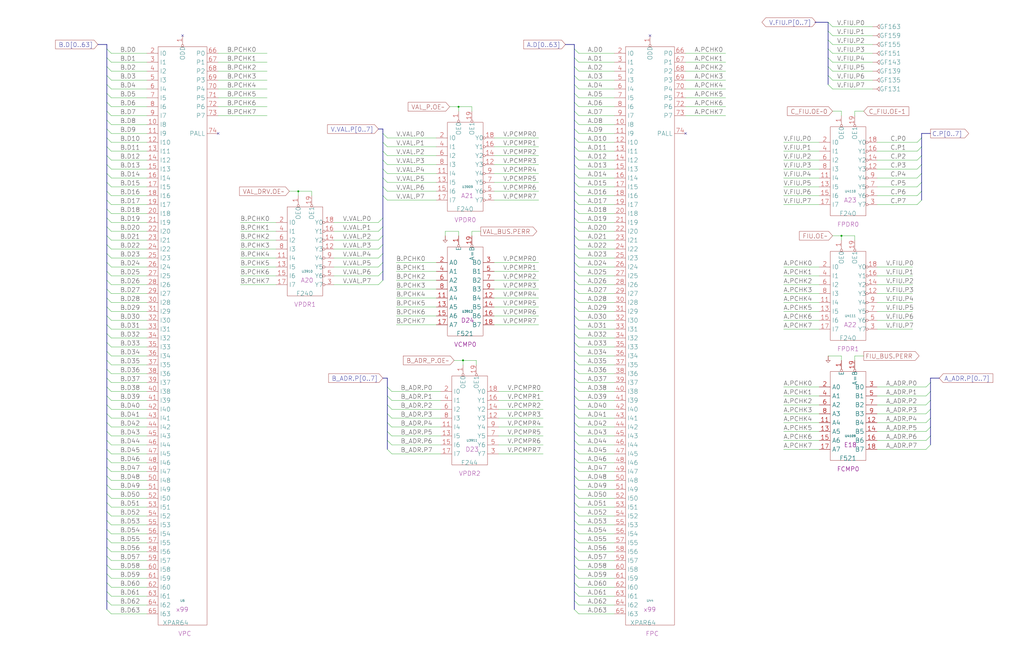
<source format=kicad_sch>
(kicad_sch (version 20230121) (generator eeschema)
  (paper "User" 584.2 378.46)
  (title_block (title "VAL DRIVER AND RECEIVER\\nPARITY") (date "22-MAR-90") (rev "1.0") (comment 1 "VALUE") (comment 2 "232-003063") (comment 3 "S400") (comment 4 "RELEASED"))
  (junction (at 261.62 60.96))
  (junction (at 480.06 134.62))
  (junction (at 264.16 205.74))
  (junction (at 170.18 109.22))
  (no_connect (at 124.46 76.2))
  (no_connect (at 104.14 20.32))
  (no_connect (at 391.16 76.2))
  (no_connect (at 370.84 20.32))
  (bus_entry (at 218.44 81.28) (size 2.54 2.54))
  (bus_entry (at 327.66 160.02) (size 2.54 2.54))
  (bus_entry (at 60.96 185.42) (size 2.54 2.54))
  (bus_entry (at 327.66 114.3) (size 2.54 2.54))
  (bus_entry (at 60.96 317.5) (size 2.54 2.54))
  (bus_entry (at 60.96 312.42) (size 2.54 2.54))
  (bus_entry (at 472.44 27.94) (size 2.54 2.54))
  (bus_entry (at 218.44 111.76) (size 2.54 2.54))
  (bus_entry (at 327.66 332.74) (size 2.54 2.54))
  (bus_entry (at 327.66 33.02) (size 2.54 2.54))
  (bus_entry (at 530.86 243.84) (size -2.54 2.54))
  (bus_entry (at 327.66 271.78) (size 2.54 2.54))
  (bus_entry (at 327.66 48.26) (size 2.54 2.54))
  (bus_entry (at 327.66 281.94) (size 2.54 2.54))
  (bus_entry (at 60.96 38.1) (size 2.54 2.54))
  (bus_entry (at 327.66 53.34) (size 2.54 2.54))
  (bus_entry (at 220.98 256.54) (size 2.54 2.54))
  (bus_entry (at 327.66 220.98) (size 2.54 2.54))
  (bus_entry (at 472.44 12.7) (size 2.54 2.54))
  (bus_entry (at 60.96 266.7) (size 2.54 2.54))
  (bus_entry (at 218.44 129.54) (size -2.54 2.54))
  (bus_entry (at 327.66 251.46) (size 2.54 2.54))
  (bus_entry (at 60.96 342.9) (size 2.54 2.54))
  (bus_entry (at 327.66 124.46) (size 2.54 2.54))
  (bus_entry (at 60.96 322.58) (size 2.54 2.54))
  (bus_entry (at 327.66 104.14) (size 2.54 2.54))
  (bus_entry (at 60.96 27.94) (size 2.54 2.54))
  (bus_entry (at 60.96 241.3) (size 2.54 2.54))
  (bus_entry (at 60.96 205.74) (size 2.54 2.54))
  (bus_entry (at 472.44 33.02) (size 2.54 2.54))
  (bus_entry (at 530.86 238.76) (size -2.54 2.54))
  (bus_entry (at 60.96 297.18) (size 2.54 2.54))
  (bus_entry (at 60.96 190.5) (size 2.54 2.54))
  (bus_entry (at 530.86 228.6) (size -2.54 2.54))
  (bus_entry (at 60.96 180.34) (size 2.54 2.54))
  (bus_entry (at 525.78 93.98) (size -2.54 2.54))
  (bus_entry (at 530.86 254) (size -2.54 2.54))
  (bus_entry (at 218.44 86.36) (size 2.54 2.54))
  (bus_entry (at 60.96 292.1) (size 2.54 2.54))
  (bus_entry (at 60.96 119.38) (size 2.54 2.54))
  (bus_entry (at 530.86 233.68) (size -2.54 2.54))
  (bus_entry (at 60.96 251.46) (size 2.54 2.54))
  (bus_entry (at 60.96 347.98) (size 2.54 2.54))
  (bus_entry (at 60.96 271.78) (size 2.54 2.54))
  (bus_entry (at 60.96 276.86) (size 2.54 2.54))
  (bus_entry (at 60.96 43.18) (size 2.54 2.54))
  (bus_entry (at 327.66 205.74) (size 2.54 2.54))
  (bus_entry (at 525.78 109.22) (size -2.54 2.54))
  (bus_entry (at 327.66 342.9) (size 2.54 2.54))
  (bus_entry (at 60.96 195.58) (size 2.54 2.54))
  (bus_entry (at 60.96 63.5) (size 2.54 2.54))
  (bus_entry (at 60.96 139.7) (size 2.54 2.54))
  (bus_entry (at 60.96 144.78) (size 2.54 2.54))
  (bus_entry (at 60.96 256.54) (size 2.54 2.54))
  (bus_entry (at 220.98 236.22) (size 2.54 2.54))
  (bus_entry (at 60.96 215.9) (size 2.54 2.54))
  (bus_entry (at 218.44 76.2) (size 2.54 2.54))
  (bus_entry (at 327.66 322.58) (size 2.54 2.54))
  (bus_entry (at 327.66 63.5) (size 2.54 2.54))
  (bus_entry (at 327.66 195.58) (size 2.54 2.54))
  (bus_entry (at 327.66 43.18) (size 2.54 2.54))
  (bus_entry (at 218.44 96.52) (size 2.54 2.54))
  (bus_entry (at 218.44 144.78) (size -2.54 2.54))
  (bus_entry (at 60.96 93.98) (size 2.54 2.54))
  (bus_entry (at 327.66 236.22) (size 2.54 2.54))
  (bus_entry (at 327.66 78.74) (size 2.54 2.54))
  (bus_entry (at 327.66 200.66) (size 2.54 2.54))
  (bus_entry (at 525.78 83.82) (size -2.54 2.54))
  (bus_entry (at 60.96 78.74) (size 2.54 2.54))
  (bus_entry (at 327.66 165.1) (size 2.54 2.54))
  (bus_entry (at 220.98 246.38) (size 2.54 2.54))
  (bus_entry (at 60.96 88.9) (size 2.54 2.54))
  (bus_entry (at 327.66 297.18) (size 2.54 2.54))
  (bus_entry (at 220.98 231.14) (size 2.54 2.54))
  (bus_entry (at 327.66 119.38) (size 2.54 2.54))
  (bus_entry (at 327.66 287.02) (size 2.54 2.54))
  (bus_entry (at 327.66 215.9) (size 2.54 2.54))
  (bus_entry (at 327.66 109.22) (size 2.54 2.54))
  (bus_entry (at 218.44 139.7) (size -2.54 2.54))
  (bus_entry (at 327.66 302.26) (size 2.54 2.54))
  (bus_entry (at 327.66 175.26) (size 2.54 2.54))
  (bus_entry (at 220.98 226.06) (size 2.54 2.54))
  (bus_entry (at 60.96 104.14) (size 2.54 2.54))
  (bus_entry (at 220.98 241.3) (size 2.54 2.54))
  (bus_entry (at 60.96 281.94) (size 2.54 2.54))
  (bus_entry (at 60.96 53.34) (size 2.54 2.54))
  (bus_entry (at 327.66 292.1) (size 2.54 2.54))
  (bus_entry (at 60.96 337.82) (size 2.54 2.54))
  (bus_entry (at 472.44 38.1) (size 2.54 2.54))
  (bus_entry (at 218.44 149.86) (size -2.54 2.54))
  (bus_entry (at 327.66 68.58) (size 2.54 2.54))
  (bus_entry (at 525.78 99.06) (size -2.54 2.54))
  (bus_entry (at 530.86 218.44) (size -2.54 2.54))
  (bus_entry (at 60.96 200.66) (size 2.54 2.54))
  (bus_entry (at 60.96 154.94) (size 2.54 2.54))
  (bus_entry (at 218.44 160.02) (size -2.54 2.54))
  (bus_entry (at 327.66 99.06) (size 2.54 2.54))
  (bus_entry (at 218.44 134.62) (size -2.54 2.54))
  (bus_entry (at 525.78 78.74) (size -2.54 2.54))
  (bus_entry (at 472.44 48.26) (size 2.54 2.54))
  (bus_entry (at 60.96 160.02) (size 2.54 2.54))
  (bus_entry (at 60.96 220.98) (size 2.54 2.54))
  (bus_entry (at 327.66 27.94) (size 2.54 2.54))
  (bus_entry (at 525.78 104.14) (size -2.54 2.54))
  (bus_entry (at 60.96 33.02) (size 2.54 2.54))
  (bus_entry (at 327.66 73.66) (size 2.54 2.54))
  (bus_entry (at 60.96 287.02) (size 2.54 2.54))
  (bus_entry (at 60.96 114.3) (size 2.54 2.54))
  (bus_entry (at 60.96 149.86) (size 2.54 2.54))
  (bus_entry (at 327.66 337.82) (size 2.54 2.54))
  (bus_entry (at 327.66 149.86) (size 2.54 2.54))
  (bus_entry (at 530.86 248.92) (size -2.54 2.54))
  (bus_entry (at 472.44 43.18) (size 2.54 2.54))
  (bus_entry (at 60.96 48.26) (size 2.54 2.54))
  (bus_entry (at 327.66 185.42) (size 2.54 2.54))
  (bus_entry (at 327.66 88.9) (size 2.54 2.54))
  (bus_entry (at 472.44 22.86) (size 2.54 2.54))
  (bus_entry (at 327.66 190.5) (size 2.54 2.54))
  (bus_entry (at 327.66 317.5) (size 2.54 2.54))
  (bus_entry (at 218.44 154.94) (size -2.54 2.54))
  (bus_entry (at 60.96 165.1) (size 2.54 2.54))
  (bus_entry (at 60.96 236.22) (size 2.54 2.54))
  (bus_entry (at 60.96 68.58) (size 2.54 2.54))
  (bus_entry (at 218.44 91.44) (size 2.54 2.54))
  (bus_entry (at 327.66 307.34) (size 2.54 2.54))
  (bus_entry (at 327.66 226.06) (size 2.54 2.54))
  (bus_entry (at 60.96 134.62) (size 2.54 2.54))
  (bus_entry (at 60.96 246.38) (size 2.54 2.54))
  (bus_entry (at 327.66 266.7) (size 2.54 2.54))
  (bus_entry (at 327.66 210.82) (size 2.54 2.54))
  (bus_entry (at 218.44 124.46) (size -2.54 2.54))
  (bus_entry (at 60.96 73.66) (size 2.54 2.54))
  (bus_entry (at 327.66 58.42) (size 2.54 2.54))
  (bus_entry (at 327.66 180.34) (size 2.54 2.54))
  (bus_entry (at 220.98 251.46) (size 2.54 2.54))
  (bus_entry (at 327.66 170.18) (size 2.54 2.54))
  (bus_entry (at 327.66 38.1) (size 2.54 2.54))
  (bus_entry (at 60.96 210.82) (size 2.54 2.54))
  (bus_entry (at 525.78 88.9) (size -2.54 2.54))
  (bus_entry (at 327.66 246.38) (size 2.54 2.54))
  (bus_entry (at 60.96 129.54) (size 2.54 2.54))
  (bus_entry (at 327.66 256.54) (size 2.54 2.54))
  (bus_entry (at 218.44 101.6) (size 2.54 2.54))
  (bus_entry (at 60.96 175.26) (size 2.54 2.54))
  (bus_entry (at 60.96 302.26) (size 2.54 2.54))
  (bus_entry (at 327.66 241.3) (size 2.54 2.54))
  (bus_entry (at 60.96 109.22) (size 2.54 2.54))
  (bus_entry (at 327.66 231.14) (size 2.54 2.54))
  (bus_entry (at 530.86 223.52) (size -2.54 2.54))
  (bus_entry (at 327.66 139.7) (size 2.54 2.54))
  (bus_entry (at 60.96 124.46) (size 2.54 2.54))
  (bus_entry (at 327.66 347.98) (size 2.54 2.54))
  (bus_entry (at 60.96 226.06) (size 2.54 2.54))
  (bus_entry (at 60.96 58.42) (size 2.54 2.54))
  (bus_entry (at 327.66 83.82) (size 2.54 2.54))
  (bus_entry (at 327.66 154.94) (size 2.54 2.54))
  (bus_entry (at 60.96 83.82) (size 2.54 2.54))
  (bus_entry (at 327.66 261.62) (size 2.54 2.54))
  (bus_entry (at 327.66 327.66) (size 2.54 2.54))
  (bus_entry (at 327.66 134.62) (size 2.54 2.54))
  (bus_entry (at 60.96 261.62) (size 2.54 2.54))
  (bus_entry (at 327.66 312.42) (size 2.54 2.54))
  (bus_entry (at 327.66 93.98) (size 2.54 2.54))
  (bus_entry (at 60.96 231.14) (size 2.54 2.54))
  (bus_entry (at 60.96 327.66) (size 2.54 2.54))
  (bus_entry (at 60.96 170.18) (size 2.54 2.54))
  (bus_entry (at 218.44 106.68) (size 2.54 2.54))
  (bus_entry (at 60.96 307.34) (size 2.54 2.54))
  (bus_entry (at 525.78 114.3) (size -2.54 2.54))
  (bus_entry (at 60.96 99.06) (size 2.54 2.54))
  (bus_entry (at 327.66 144.78) (size 2.54 2.54))
  (bus_entry (at 220.98 220.98) (size 2.54 2.54))
  (bus_entry (at 60.96 332.74) (size 2.54 2.54))
  (bus_entry (at 327.66 276.86) (size 2.54 2.54))
  (bus_entry (at 327.66 129.54) (size 2.54 2.54))
  (bus_entry (at 472.44 17.78) (size 2.54 2.54))
  (wire (pts (xy 83.82 127) (xy 63.5 127)))
  (wire (pts (xy 83.82 86.36) (xy 63.5 86.36)))
  (wire (pts (xy 254 134.62) (xy 254 132.08)))
  (wire (pts (xy 137.16 162.56) (xy 157.48 162.56)))
  (wire (pts (xy 500.38 167.64) (xy 520.7 167.64)))
  (wire (pts (xy 83.82 187.96) (xy 63.5 187.96)))
  (wire (pts (xy 83.82 177.8) (xy 63.5 177.8)))
  (wire (pts (xy 447.04 152.4) (xy 467.36 152.4)))
  (wire (pts (xy 83.82 172.72) (xy 63.5 172.72)))
  (wire (pts (xy 264.16 205.74) (xy 264.16 208.28)))
  (wire (pts (xy 281.94 83.82) (xy 307.34 83.82)))
  (wire (pts (xy 190.5 147.32) (xy 215.9 147.32)))
  (wire (pts (xy 350.52 238.76) (xy 330.2 238.76)))
  (wire (pts (xy 500.38 182.88) (xy 520.7 182.88)))
  (bus (pts (xy 327.66 129.54) (xy 327.66 134.62)))
  (wire (pts (xy 220.98 88.9) (xy 248.92 88.9)))
  (wire (pts (xy 83.82 60.96) (xy 63.5 60.96)))
  (bus (pts (xy 60.96 317.5) (xy 60.96 322.58)))
  (wire (pts (xy 350.52 330.2) (xy 330.2 330.2)))
  (bus (pts (xy 327.66 312.42) (xy 327.66 317.5)))
  (wire (pts (xy 124.46 40.64) (xy 152.4 40.64)))
  (wire (pts (xy 350.52 345.44) (xy 330.2 345.44)))
  (wire (pts (xy 137.16 137.16) (xy 157.48 137.16)))
  (wire (pts (xy 447.04 167.64) (xy 467.36 167.64)))
  (wire (pts (xy 83.82 71.12) (xy 63.5 71.12)))
  (wire (pts (xy 223.52 233.68) (xy 251.46 233.68)))
  (bus (pts (xy 327.66 261.62) (xy 327.66 266.7)))
  (bus (pts (xy 472.44 17.78) (xy 472.44 22.86)))
  (wire (pts (xy 350.52 228.6) (xy 330.2 228.6)))
  (wire (pts (xy 350.52 162.56) (xy 330.2 162.56)))
  (wire (pts (xy 447.04 177.8) (xy 467.36 177.8)))
  (wire (pts (xy 223.52 254) (xy 251.46 254)))
  (bus (pts (xy 60.96 33.02) (xy 60.96 38.1)))
  (bus (pts (xy 60.96 139.7) (xy 60.96 144.78)))
  (wire (pts (xy 124.46 45.72) (xy 152.4 45.72)))
  (bus (pts (xy 60.96 134.62) (xy 60.96 139.7)))
  (bus (pts (xy 60.96 261.62) (xy 60.96 266.7)))
  (wire (pts (xy 350.52 193.04) (xy 330.2 193.04)))
  (bus (pts (xy 327.66 190.5) (xy 327.66 195.58)))
  (bus (pts (xy 60.96 231.14) (xy 60.96 236.22)))
  (wire (pts (xy 284.48 233.68) (xy 309.88 233.68)))
  (wire (pts (xy 487.68 63.5) (xy 487.68 66.04)))
  (wire (pts (xy 474.98 134.62) (xy 480.06 134.62)))
  (bus (pts (xy 60.96 149.86) (xy 60.96 154.94)))
  (bus (pts (xy 327.66 332.74) (xy 327.66 337.82)))
  (wire (pts (xy 500.38 106.68) (xy 523.24 106.68)))
  (bus (pts (xy 60.96 93.98) (xy 60.96 99.06)))
  (wire (pts (xy 83.82 132.08) (xy 63.5 132.08)))
  (bus (pts (xy 60.96 246.38) (xy 60.96 251.46)))
  (wire (pts (xy 350.52 284.48) (xy 330.2 284.48)))
  (wire (pts (xy 83.82 299.72) (xy 63.5 299.72)))
  (bus (pts (xy 525.78 104.14) (xy 525.78 109.22)))
  (bus (pts (xy 218.44 81.28) (xy 218.44 86.36)))
  (bus (pts (xy 218.44 101.6) (xy 218.44 106.68)))
  (wire (pts (xy 447.04 81.28) (xy 467.36 81.28)))
  (wire (pts (xy 350.52 91.44) (xy 330.2 91.44)))
  (bus (pts (xy 327.66 210.82) (xy 327.66 215.9)))
  (wire (pts (xy 350.52 55.88) (xy 330.2 55.88)))
  (wire (pts (xy 350.52 45.72) (xy 330.2 45.72)))
  (wire (pts (xy 447.04 246.38) (xy 467.36 246.38)))
  (wire (pts (xy 350.52 269.24) (xy 330.2 269.24)))
  (bus (pts (xy 327.66 271.78) (xy 327.66 276.86)))
  (wire (pts (xy 83.82 167.64) (xy 63.5 167.64)))
  (wire (pts (xy 350.52 320.04) (xy 330.2 320.04)))
  (wire (pts (xy 83.82 309.88) (xy 63.5 309.88)))
  (bus (pts (xy 327.66 165.1) (xy 327.66 170.18)))
  (wire (pts (xy 487.68 203.2) (xy 487.68 205.74)))
  (wire (pts (xy 83.82 35.56) (xy 63.5 35.56)))
  (wire (pts (xy 83.82 254) (xy 63.5 254)))
  (bus (pts (xy 327.66 25.4) (xy 327.66 27.94)))
  (bus (pts (xy 60.96 48.26) (xy 60.96 53.34)))
  (wire (pts (xy 500.38 231.14) (xy 528.32 231.14)))
  (bus (pts (xy 327.66 175.26) (xy 327.66 180.34)))
  (bus (pts (xy 60.96 297.18) (xy 60.96 302.26)))
  (wire (pts (xy 226.06 160.02) (xy 248.92 160.02)))
  (bus (pts (xy 530.86 223.52) (xy 530.86 228.6)))
  (wire (pts (xy 350.52 279.4) (xy 330.2 279.4)))
  (wire (pts (xy 190.5 137.16) (xy 215.9 137.16)))
  (bus (pts (xy 327.66 63.5) (xy 327.66 68.58)))
  (wire (pts (xy 391.16 30.48) (xy 414.02 30.48)))
  (bus (pts (xy 327.66 251.46) (xy 327.66 256.54)))
  (bus (pts (xy 327.66 124.46) (xy 327.66 129.54)))
  (bus (pts (xy 60.96 185.42) (xy 60.96 190.5)))
  (wire (pts (xy 83.82 121.92) (xy 63.5 121.92)))
  (bus (pts (xy 220.98 236.22) (xy 220.98 241.3)))
  (wire (pts (xy 474.98 40.64) (xy 497.84 40.64)))
  (wire (pts (xy 391.16 60.96) (xy 414.02 60.96)))
  (bus (pts (xy 220.98 251.46) (xy 220.98 256.54)))
  (wire (pts (xy 220.98 93.98) (xy 248.92 93.98)))
  (wire (pts (xy 474.98 25.4) (xy 497.84 25.4)))
  (wire (pts (xy 474.98 30.48) (xy 497.84 30.48)))
  (wire (pts (xy 350.52 142.24) (xy 330.2 142.24)))
  (wire (pts (xy 220.98 99.06) (xy 248.92 99.06)))
  (wire (pts (xy 83.82 137.16) (xy 63.5 137.16)))
  (wire (pts (xy 500.38 111.76) (xy 523.24 111.76)))
  (wire (pts (xy 137.16 152.4) (xy 157.48 152.4)))
  (wire (pts (xy 83.82 248.92) (xy 63.5 248.92)))
  (wire (pts (xy 447.04 172.72) (xy 467.36 172.72)))
  (bus (pts (xy 327.66 99.06) (xy 327.66 104.14)))
  (wire (pts (xy 259.08 205.74) (xy 264.16 205.74)))
  (wire (pts (xy 226.06 180.34) (xy 248.92 180.34)))
  (bus (pts (xy 60.96 119.38) (xy 60.96 124.46)))
  (wire (pts (xy 500.38 157.48) (xy 520.7 157.48)))
  (wire (pts (xy 83.82 228.6) (xy 63.5 228.6)))
  (wire (pts (xy 350.52 314.96) (xy 330.2 314.96)))
  (wire (pts (xy 63.5 325.12) (xy 83.82 325.12)))
  (bus (pts (xy 60.96 256.54) (xy 60.96 261.62)))
  (wire (pts (xy 500.38 187.96) (xy 520.7 187.96)))
  (wire (pts (xy 264.16 205.74) (xy 271.78 205.74)))
  (wire (pts (xy 307.34 180.34) (xy 281.94 180.34)))
  (wire (pts (xy 83.82 152.4) (xy 63.5 152.4)))
  (bus (pts (xy 60.96 302.26) (xy 60.96 307.34)))
  (wire (pts (xy 500.38 246.38) (xy 528.32 246.38)))
  (wire (pts (xy 350.52 248.92) (xy 330.2 248.92)))
  (wire (pts (xy 350.52 177.8) (xy 330.2 177.8)))
  (bus (pts (xy 525.78 99.06) (xy 525.78 104.14)))
  (wire (pts (xy 500.38 251.46) (xy 528.32 251.46)))
  (wire (pts (xy 447.04 226.06) (xy 467.36 226.06)))
  (bus (pts (xy 60.96 195.58) (xy 60.96 200.66)))
  (bus (pts (xy 60.96 322.58) (xy 60.96 327.66)))
  (wire (pts (xy 307.34 185.42) (xy 281.94 185.42)))
  (bus (pts (xy 327.66 170.18) (xy 327.66 175.26)))
  (wire (pts (xy 220.98 114.3) (xy 248.92 114.3)))
  (wire (pts (xy 170.18 109.22) (xy 170.18 111.76)))
  (bus (pts (xy 327.66 83.82) (xy 327.66 88.9)))
  (wire (pts (xy 223.52 243.84) (xy 251.46 243.84)))
  (wire (pts (xy 190.5 152.4) (xy 215.9 152.4)))
  (wire (pts (xy 223.52 238.76) (xy 251.46 238.76)))
  (wire (pts (xy 83.82 55.88) (xy 63.5 55.88)))
  (bus (pts (xy 327.66 78.74) (xy 327.66 83.82)))
  (bus (pts (xy 60.96 337.82) (xy 60.96 342.9)))
  (wire (pts (xy 83.82 162.56) (xy 63.5 162.56)))
  (wire (pts (xy 350.52 289.56) (xy 330.2 289.56)))
  (wire (pts (xy 500.38 172.72) (xy 520.7 172.72)))
  (bus (pts (xy 60.96 25.4) (xy 60.96 27.94)))
  (bus (pts (xy 60.96 241.3) (xy 60.96 246.38)))
  (wire (pts (xy 391.16 50.8) (xy 414.02 50.8)))
  (bus (pts (xy 530.86 215.9) (xy 530.86 218.44)))
  (wire (pts (xy 350.52 182.88) (xy 330.2 182.88)))
  (wire (pts (xy 256.54 60.96) (xy 261.62 60.96)))
  (wire (pts (xy 492.76 203.2) (xy 487.68 203.2)))
  (wire (pts (xy 500.38 241.3) (xy 528.32 241.3)))
  (wire (pts (xy 284.48 223.52) (xy 309.88 223.52)))
  (wire (pts (xy 480.06 134.62) (xy 487.68 134.62)))
  (bus (pts (xy 60.96 58.42) (xy 60.96 63.5)))
  (bus (pts (xy 327.66 58.42) (xy 327.66 63.5)))
  (wire (pts (xy 83.82 157.48) (xy 63.5 157.48)))
  (bus (pts (xy 472.44 12.7) (xy 472.44 17.78)))
  (wire (pts (xy 350.52 127) (xy 330.2 127)))
  (wire (pts (xy 447.04 91.44) (xy 467.36 91.44)))
  (wire (pts (xy 190.5 142.24) (xy 215.9 142.24)))
  (bus (pts (xy 327.66 342.9) (xy 327.66 347.98)))
  (wire (pts (xy 254 132.08) (xy 261.62 132.08)))
  (wire (pts (xy 226.06 165.1) (xy 248.92 165.1)))
  (bus (pts (xy 60.96 276.86) (xy 60.96 281.94)))
  (wire (pts (xy 391.16 45.72) (xy 414.02 45.72)))
  (wire (pts (xy 350.52 264.16) (xy 330.2 264.16)))
  (wire (pts (xy 350.52 35.56) (xy 330.2 35.56)))
  (wire (pts (xy 124.46 35.56) (xy 152.4 35.56)))
  (wire (pts (xy 307.34 165.1) (xy 281.94 165.1)))
  (bus (pts (xy 218.44 73.66) (xy 218.44 76.2)))
  (wire (pts (xy 447.04 182.88) (xy 467.36 182.88)))
  (bus (pts (xy 327.66 226.06) (xy 327.66 231.14)))
  (wire (pts (xy 63.5 345.44) (xy 83.82 345.44)))
  (wire (pts (xy 223.52 228.6) (xy 251.46 228.6)))
  (bus (pts (xy 60.96 205.74) (xy 60.96 210.82)))
  (wire (pts (xy 350.52 274.32) (xy 330.2 274.32)))
  (bus (pts (xy 530.86 243.84) (xy 530.86 248.92)))
  (wire (pts (xy 83.82 182.88) (xy 63.5 182.88)))
  (wire (pts (xy 350.52 299.72) (xy 330.2 299.72)))
  (bus (pts (xy 472.44 33.02) (xy 472.44 38.1)))
  (wire (pts (xy 190.5 162.56) (xy 215.9 162.56)))
  (wire (pts (xy 281.94 78.74) (xy 307.34 78.74)))
  (wire (pts (xy 261.62 132.08) (xy 261.62 134.62)))
  (wire (pts (xy 350.52 86.36) (xy 330.2 86.36)))
  (bus (pts (xy 327.66 27.94) (xy 327.66 33.02)))
  (bus (pts (xy 472.44 22.86) (xy 472.44 27.94)))
  (wire (pts (xy 474.98 63.5) (xy 480.06 63.5)))
  (wire (pts (xy 350.52 147.32) (xy 330.2 147.32)))
  (bus (pts (xy 327.66 43.18) (xy 327.66 48.26)))
  (wire (pts (xy 350.52 350.52) (xy 330.2 350.52)))
  (bus (pts (xy 220.98 226.06) (xy 220.98 231.14)))
  (wire (pts (xy 474.98 50.8) (xy 497.84 50.8)))
  (wire (pts (xy 391.16 55.88) (xy 414.02 55.88)))
  (wire (pts (xy 350.52 111.76) (xy 330.2 111.76)))
  (bus (pts (xy 60.96 287.02) (xy 60.96 292.1)))
  (wire (pts (xy 137.16 157.48) (xy 157.48 157.48)))
  (bus (pts (xy 327.66 337.82) (xy 327.66 342.9)))
  (wire (pts (xy 500.38 101.6) (xy 523.24 101.6)))
  (wire (pts (xy 500.38 220.98) (xy 528.32 220.98)))
  (wire (pts (xy 500.38 236.22) (xy 528.32 236.22)))
  (bus (pts (xy 464.82 12.7) (xy 472.44 12.7)))
  (wire (pts (xy 500.38 256.54) (xy 528.32 256.54)))
  (wire (pts (xy 261.62 60.96) (xy 261.62 63.5)))
  (bus (pts (xy 525.78 88.9) (xy 525.78 93.98)))
  (bus (pts (xy 525.78 76.2) (xy 530.86 76.2)))
  (bus (pts (xy 60.96 129.54) (xy 60.96 134.62)))
  (wire (pts (xy 350.52 132.08) (xy 330.2 132.08)))
  (wire (pts (xy 447.04 157.48) (xy 467.36 157.48)))
  (bus (pts (xy 530.86 233.68) (xy 530.86 238.76)))
  (wire (pts (xy 350.52 101.6) (xy 330.2 101.6)))
  (wire (pts (xy 226.06 185.42) (xy 248.92 185.42)))
  (wire (pts (xy 500.38 81.28) (xy 523.24 81.28)))
  (wire (pts (xy 63.5 320.04) (xy 83.82 320.04)))
  (wire (pts (xy 83.82 279.4) (xy 63.5 279.4)))
  (wire (pts (xy 83.82 30.48) (xy 63.5 30.48)))
  (wire (pts (xy 447.04 96.52) (xy 467.36 96.52)))
  (bus (pts (xy 327.66 317.5) (xy 327.66 322.58)))
  (bus (pts (xy 218.44 144.78) (xy 218.44 149.86)))
  (wire (pts (xy 500.38 177.8) (xy 520.7 177.8)))
  (wire (pts (xy 83.82 91.44) (xy 63.5 91.44)))
  (bus (pts (xy 327.66 160.02) (xy 327.66 165.1)))
  (wire (pts (xy 350.52 71.12) (xy 330.2 71.12)))
  (bus (pts (xy 327.66 185.42) (xy 327.66 190.5)))
  (wire (pts (xy 165.1 109.22) (xy 170.18 109.22)))
  (bus (pts (xy 60.96 124.46) (xy 60.96 129.54)))
  (wire (pts (xy 350.52 254) (xy 330.2 254)))
  (wire (pts (xy 226.06 170.18) (xy 248.92 170.18)))
  (wire (pts (xy 83.82 218.44) (xy 63.5 218.44)))
  (bus (pts (xy 60.96 342.9) (xy 60.96 347.98)))
  (bus (pts (xy 530.86 238.76) (xy 530.86 243.84)))
  (bus (pts (xy 327.66 231.14) (xy 327.66 236.22)))
  (bus (pts (xy 472.44 27.94) (xy 472.44 33.02)))
  (bus (pts (xy 220.98 215.9) (xy 220.98 220.98)))
  (bus (pts (xy 218.44 76.2) (xy 218.44 81.28)))
  (wire (pts (xy 83.82 208.28) (xy 63.5 208.28)))
  (wire (pts (xy 350.52 309.88) (xy 330.2 309.88)))
  (bus (pts (xy 525.78 93.98) (xy 525.78 99.06)))
  (wire (pts (xy 190.5 157.48) (xy 215.9 157.48)))
  (wire (pts (xy 271.78 205.74) (xy 271.78 208.28)))
  (wire (pts (xy 124.46 55.88) (xy 152.4 55.88)))
  (wire (pts (xy 284.48 243.84) (xy 309.88 243.84)))
  (bus (pts (xy 60.96 332.74) (xy 60.96 337.82)))
  (bus (pts (xy 60.96 114.3) (xy 60.96 119.38)))
  (bus (pts (xy 327.66 297.18) (xy 327.66 302.26)))
  (wire (pts (xy 284.48 238.76) (xy 309.88 238.76)))
  (wire (pts (xy 350.52 96.52) (xy 330.2 96.52)))
  (wire (pts (xy 281.94 99.06) (xy 307.34 99.06)))
  (wire (pts (xy 447.04 256.54) (xy 467.36 256.54)))
  (bus (pts (xy 327.66 154.94) (xy 327.66 160.02)))
  (bus (pts (xy 327.66 307.34) (xy 327.66 312.42)))
  (wire (pts (xy 281.94 104.14) (xy 307.34 104.14)))
  (bus (pts (xy 60.96 251.46) (xy 60.96 256.54)))
  (wire (pts (xy 391.16 35.56) (xy 414.02 35.56)))
  (wire (pts (xy 350.52 340.36) (xy 330.2 340.36)))
  (wire (pts (xy 350.52 187.96) (xy 330.2 187.96)))
  (wire (pts (xy 447.04 86.36) (xy 467.36 86.36)))
  (wire (pts (xy 350.52 60.96) (xy 330.2 60.96)))
  (bus (pts (xy 322.58 25.4) (xy 327.66 25.4)))
  (bus (pts (xy 218.44 154.94) (xy 218.44 160.02)))
  (wire (pts (xy 350.52 335.28) (xy 330.2 335.28)))
  (wire (pts (xy 281.94 93.98) (xy 307.34 93.98)))
  (wire (pts (xy 226.06 149.86) (xy 248.92 149.86)))
  (bus (pts (xy 327.66 287.02) (xy 327.66 292.1)))
  (bus (pts (xy 327.66 215.9) (xy 327.66 220.98)))
  (wire (pts (xy 83.82 106.68) (xy 63.5 106.68)))
  (bus (pts (xy 327.66 114.3) (xy 327.66 119.38)))
  (bus (pts (xy 327.66 33.02) (xy 327.66 38.1)))
  (wire (pts (xy 284.48 259.08) (xy 309.88 259.08)))
  (wire (pts (xy 350.52 81.28) (xy 330.2 81.28)))
  (wire (pts (xy 83.82 142.24) (xy 63.5 142.24)))
  (wire (pts (xy 83.82 274.32) (xy 63.5 274.32)))
  (wire (pts (xy 350.52 66.04) (xy 330.2 66.04)))
  (bus (pts (xy 327.66 220.98) (xy 327.66 226.06)))
  (wire (pts (xy 223.52 223.52) (xy 251.46 223.52)))
  (bus (pts (xy 60.96 53.34) (xy 60.96 58.42)))
  (bus (pts (xy 327.66 266.7) (xy 327.66 271.78)))
  (bus (pts (xy 327.66 53.34) (xy 327.66 58.42)))
  (wire (pts (xy 83.82 289.56) (xy 63.5 289.56)))
  (wire (pts (xy 350.52 30.48) (xy 330.2 30.48)))
  (bus (pts (xy 327.66 241.3) (xy 327.66 246.38)))
  (wire (pts (xy 350.52 203.2) (xy 330.2 203.2)))
  (wire (pts (xy 124.46 60.96) (xy 152.4 60.96)))
  (bus (pts (xy 60.96 292.1) (xy 60.96 297.18)))
  (bus (pts (xy 220.98 241.3) (xy 220.98 246.38)))
  (wire (pts (xy 350.52 198.12) (xy 330.2 198.12)))
  (bus (pts (xy 327.66 302.26) (xy 327.66 307.34)))
  (bus (pts (xy 327.66 149.86) (xy 327.66 154.94)))
  (wire (pts (xy 480.06 63.5) (xy 480.06 66.04)))
  (bus (pts (xy 327.66 119.38) (xy 327.66 124.46)))
  (wire (pts (xy 83.82 238.76) (xy 63.5 238.76)))
  (bus (pts (xy 525.78 83.82) (xy 525.78 88.9)))
  (bus (pts (xy 327.66 48.26) (xy 327.66 53.34)))
  (wire (pts (xy 500.38 152.4) (xy 520.7 152.4)))
  (bus (pts (xy 327.66 180.34) (xy 327.66 185.42)))
  (wire (pts (xy 83.82 111.76) (xy 63.5 111.76)))
  (bus (pts (xy 525.78 109.22) (xy 525.78 114.3)))
  (wire (pts (xy 83.82 50.8) (xy 63.5 50.8)))
  (bus (pts (xy 218.44 91.44) (xy 218.44 96.52)))
  (wire (pts (xy 350.52 116.84) (xy 330.2 116.84)))
  (bus (pts (xy 60.96 154.94) (xy 60.96 160.02)))
  (wire (pts (xy 500.38 91.44) (xy 523.24 91.44)))
  (wire (pts (xy 350.52 167.64) (xy 330.2 167.64)))
  (wire (pts (xy 83.82 294.64) (xy 63.5 294.64)))
  (bus (pts (xy 60.96 68.58) (xy 60.96 73.66)))
  (wire (pts (xy 500.38 116.84) (xy 523.24 116.84)))
  (wire (pts (xy 350.52 243.84) (xy 330.2 243.84)))
  (wire (pts (xy 307.34 149.86) (xy 281.94 149.86)))
  (wire (pts (xy 261.62 60.96) (xy 269.24 60.96)))
  (wire (pts (xy 63.5 340.36) (xy 83.82 340.36)))
  (wire (pts (xy 307.34 160.02) (xy 281.94 160.02)))
  (bus (pts (xy 218.44 111.76) (xy 218.44 124.46)))
  (bus (pts (xy 60.96 220.98) (xy 60.96 226.06)))
  (bus (pts (xy 220.98 246.38) (xy 220.98 251.46)))
  (wire (pts (xy 83.82 223.52) (xy 63.5 223.52)))
  (wire (pts (xy 350.52 40.64) (xy 330.2 40.64)))
  (bus (pts (xy 60.96 271.78) (xy 60.96 276.86)))
  (wire (pts (xy 350.52 121.92) (xy 330.2 121.92)))
  (bus (pts (xy 327.66 256.54) (xy 327.66 261.62)))
  (wire (pts (xy 472.44 203.2) (xy 480.06 203.2)))
  (bus (pts (xy 327.66 246.38) (xy 327.66 251.46)))
  (bus (pts (xy 327.66 292.1) (xy 327.66 297.18)))
  (bus (pts (xy 327.66 205.74) (xy 327.66 210.82)))
  (bus (pts (xy 472.44 38.1) (xy 472.44 43.18)))
  (wire (pts (xy 63.5 335.28) (xy 83.82 335.28)))
  (bus (pts (xy 327.66 276.86) (xy 327.66 281.94)))
  (wire (pts (xy 223.52 259.08) (xy 251.46 259.08)))
  (wire (pts (xy 83.82 233.68) (xy 63.5 233.68)))
  (wire (pts (xy 83.82 193.04) (xy 63.5 193.04)))
  (wire (pts (xy 447.04 101.6) (xy 467.36 101.6)))
  (wire (pts (xy 391.16 40.64) (xy 414.02 40.64)))
  (wire (pts (xy 124.46 66.04) (xy 152.4 66.04)))
  (bus (pts (xy 60.96 78.74) (xy 60.96 83.82)))
  (bus (pts (xy 60.96 266.7) (xy 60.96 271.78)))
  (wire (pts (xy 480.06 203.2) (xy 480.06 205.74)))
  (wire (pts (xy 281.94 109.22) (xy 307.34 109.22)))
  (wire (pts (xy 447.04 251.46) (xy 467.36 251.46)))
  (bus (pts (xy 327.66 109.22) (xy 327.66 114.3)))
  (bus (pts (xy 60.96 104.14) (xy 60.96 109.22)))
  (bus (pts (xy 530.86 248.92) (xy 530.86 254)))
  (bus (pts (xy 60.96 43.18) (xy 60.96 48.26)))
  (wire (pts (xy 500.38 226.06) (xy 528.32 226.06)))
  (wire (pts (xy 220.98 104.14) (xy 248.92 104.14)))
  (wire (pts (xy 83.82 45.72) (xy 63.5 45.72)))
  (bus (pts (xy 327.66 88.9) (xy 327.66 93.98)))
  (wire (pts (xy 350.52 172.72) (xy 330.2 172.72)))
  (wire (pts (xy 350.52 106.68) (xy 330.2 106.68)))
  (bus (pts (xy 60.96 165.1) (xy 60.96 170.18)))
  (wire (pts (xy 350.52 304.8) (xy 330.2 304.8)))
  (wire (pts (xy 447.04 111.76) (xy 467.36 111.76)))
  (bus (pts (xy 327.66 195.58) (xy 327.66 200.66)))
  (bus (pts (xy 218.44 96.52) (xy 218.44 101.6)))
  (wire (pts (xy 83.82 101.6) (xy 63.5 101.6)))
  (bus (pts (xy 327.66 139.7) (xy 327.66 144.78)))
  (wire (pts (xy 350.52 259.08) (xy 330.2 259.08)))
  (bus (pts (xy 60.96 281.94) (xy 60.96 287.02)))
  (wire (pts (xy 350.52 233.68) (xy 330.2 233.68)))
  (wire (pts (xy 190.5 132.08) (xy 215.9 132.08)))
  (bus (pts (xy 218.44 139.7) (xy 218.44 144.78)))
  (wire (pts (xy 220.98 109.22) (xy 248.92 109.22)))
  (bus (pts (xy 60.96 73.66) (xy 60.96 78.74)))
  (bus (pts (xy 60.96 109.22) (xy 60.96 114.3)))
  (bus (pts (xy 327.66 68.58) (xy 327.66 73.66)))
  (wire (pts (xy 284.48 254) (xy 309.88 254)))
  (bus (pts (xy 218.44 215.9) (xy 220.98 215.9)))
  (bus (pts (xy 60.96 144.78) (xy 60.96 149.86)))
  (wire (pts (xy 350.52 76.2) (xy 330.2 76.2)))
  (bus (pts (xy 60.96 312.42) (xy 60.96 317.5)))
  (bus (pts (xy 60.96 190.5) (xy 60.96 195.58)))
  (bus (pts (xy 530.86 228.6) (xy 530.86 233.68)))
  (wire (pts (xy 307.34 175.26) (xy 281.94 175.26)))
  (bus (pts (xy 60.96 175.26) (xy 60.96 180.34)))
  (wire (pts (xy 83.82 40.64) (xy 63.5 40.64)))
  (wire (pts (xy 137.16 132.08) (xy 157.48 132.08)))
  (wire (pts (xy 223.52 248.92) (xy 251.46 248.92)))
  (bus (pts (xy 60.96 180.34) (xy 60.96 185.42)))
  (bus (pts (xy 218.44 124.46) (xy 218.44 129.54)))
  (wire (pts (xy 124.46 50.8) (xy 152.4 50.8)))
  (wire (pts (xy 350.52 157.48) (xy 330.2 157.48)))
  (wire (pts (xy 170.18 109.22) (xy 177.8 109.22)))
  (wire (pts (xy 474.98 15.24) (xy 497.84 15.24)))
  (bus (pts (xy 218.44 86.36) (xy 218.44 91.44)))
  (bus (pts (xy 327.66 236.22) (xy 327.66 241.3)))
  (bus (pts (xy 60.96 215.9) (xy 60.96 220.98)))
  (wire (pts (xy 137.16 147.32) (xy 157.48 147.32)))
  (wire (pts (xy 83.82 116.84) (xy 63.5 116.84)))
  (wire (pts (xy 83.82 96.52) (xy 63.5 96.52)))
  (bus (pts (xy 327.66 38.1) (xy 327.66 43.18)))
  (bus (pts (xy 327.66 281.94) (xy 327.66 287.02)))
  (wire (pts (xy 137.16 127) (xy 157.48 127)))
  (bus (pts (xy 530.86 215.9) (xy 535.94 215.9)))
  (wire (pts (xy 447.04 236.22) (xy 467.36 236.22)))
  (wire (pts (xy 190.5 127) (xy 215.9 127)))
  (wire (pts (xy 391.16 66.04) (xy 414.02 66.04)))
  (wire (pts (xy 474.98 35.56) (xy 497.84 35.56)))
  (wire (pts (xy 500.38 96.52) (xy 523.24 96.52)))
  (bus (pts (xy 60.96 210.82) (xy 60.96 215.9)))
  (wire (pts (xy 500.38 86.36) (xy 523.24 86.36)))
  (bus (pts (xy 60.96 63.5) (xy 60.96 68.58)))
  (wire (pts (xy 269.24 132.08) (xy 269.24 134.62)))
  (bus (pts (xy 327.66 327.66) (xy 327.66 332.74)))
  (wire (pts (xy 447.04 241.3) (xy 467.36 241.3)))
  (wire (pts (xy 63.5 350.52) (xy 83.82 350.52)))
  (wire (pts (xy 124.46 30.48) (xy 152.4 30.48)))
  (wire (pts (xy 177.8 109.22) (xy 177.8 111.76)))
  (wire (pts (xy 83.82 213.36) (xy 63.5 213.36)))
  (wire (pts (xy 350.52 213.36) (xy 330.2 213.36)))
  (wire (pts (xy 487.68 134.62) (xy 487.68 137.16)))
  (bus (pts (xy 60.96 83.82) (xy 60.96 88.9)))
  (wire (pts (xy 269.24 60.96) (xy 269.24 63.5)))
  (wire (pts (xy 281.94 114.3) (xy 307.34 114.3)))
  (wire (pts (xy 83.82 81.28) (xy 63.5 81.28)))
  (bus (pts (xy 55.88 25.4) (xy 60.96 25.4)))
  (wire (pts (xy 83.82 198.12) (xy 63.5 198.12)))
  (bus (pts (xy 60.96 27.94) (xy 60.96 33.02)))
  (bus (pts (xy 218.44 129.54) (xy 218.44 134.62)))
  (bus (pts (xy 60.96 200.66) (xy 60.96 205.74)))
  (wire (pts (xy 274.32 132.08) (xy 269.24 132.08)))
  (wire (pts (xy 447.04 187.96) (xy 467.36 187.96)))
  (bus (pts (xy 327.66 104.14) (xy 327.66 109.22)))
  (bus (pts (xy 525.78 76.2) (xy 525.78 78.74)))
  (wire (pts (xy 474.98 20.32) (xy 497.84 20.32)))
  (wire (pts (xy 474.98 45.72) (xy 497.84 45.72)))
  (wire (pts (xy 220.98 83.82) (xy 248.92 83.82)))
  (wire (pts (xy 83.82 269.24) (xy 63.5 269.24)))
  (wire (pts (xy 83.82 264.16) (xy 63.5 264.16)))
  (bus (pts (xy 60.96 226.06) (xy 60.96 231.14)))
  (bus (pts (xy 525.78 78.74) (xy 525.78 83.82)))
  (wire (pts (xy 220.98 78.74) (xy 248.92 78.74)))
  (wire (pts (xy 447.04 116.84) (xy 467.36 116.84)))
  (bus (pts (xy 530.86 218.44) (xy 530.86 223.52)))
  (wire (pts (xy 350.52 223.52) (xy 330.2 223.52)))
  (wire (pts (xy 63.5 314.96) (xy 83.82 314.96)))
  (wire (pts (xy 226.06 175.26) (xy 248.92 175.26)))
  (wire (pts (xy 350.52 325.12) (xy 330.2 325.12)))
  (bus (pts (xy 60.96 307.34) (xy 60.96 312.42)))
  (wire (pts (xy 83.82 304.8) (xy 63.5 304.8)))
  (bus (pts (xy 327.66 144.78) (xy 327.66 149.86)))
  (wire (pts (xy 284.48 228.6) (xy 309.88 228.6)))
  (bus (pts (xy 218.44 134.62) (xy 218.44 139.7)))
  (wire (pts (xy 83.82 76.2) (xy 63.5 76.2)))
  (wire (pts (xy 83.82 284.48) (xy 63.5 284.48)))
  (bus (pts (xy 327.66 93.98) (xy 327.66 99.06)))
  (bus (pts (xy 60.96 38.1) (xy 60.96 43.18)))
  (bus (pts (xy 60.96 88.9) (xy 60.96 93.98)))
  (wire (pts (xy 226.06 154.94) (xy 248.92 154.94)))
  (wire (pts (xy 307.34 170.18) (xy 281.94 170.18)))
  (bus (pts (xy 60.96 236.22) (xy 60.96 241.3)))
  (bus (pts (xy 327.66 200.66) (xy 327.66 205.74)))
  (wire (pts (xy 447.04 220.98) (xy 467.36 220.98)))
  (bus (pts (xy 472.44 43.18) (xy 472.44 48.26)))
  (wire (pts (xy 350.52 152.4) (xy 330.2 152.4)))
  (bus (pts (xy 327.66 73.66) (xy 327.66 78.74)))
  (wire (pts (xy 500.38 162.56) (xy 520.7 162.56)))
  (wire (pts (xy 284.48 248.92) (xy 309.88 248.92)))
  (wire (pts (xy 137.16 142.24) (xy 157.48 142.24)))
  (bus (pts (xy 218.44 149.86) (xy 218.44 154.94)))
  (bus (pts (xy 327.66 134.62) (xy 327.66 139.7)))
  (bus (pts (xy 220.98 220.98) (xy 220.98 226.06)))
  (wire (pts (xy 350.52 137.16) (xy 330.2 137.16)))
  (wire (pts (xy 83.82 203.2) (xy 63.5 203.2)))
  (wire (pts (xy 83.82 243.84) (xy 63.5 243.84)))
  (wire (pts (xy 281.94 88.9) (xy 307.34 88.9)))
  (wire (pts (xy 63.5 330.2) (xy 83.82 330.2)))
  (bus (pts (xy 60.96 170.18) (xy 60.96 175.26)))
  (wire (pts (xy 83.82 66.04) (xy 63.5 66.04)))
  (bus (pts (xy 60.96 160.02) (xy 60.96 165.1)))
  (wire (pts (xy 83.82 259.08) (xy 63.5 259.08)))
  (wire (pts (xy 350.52 294.64) (xy 330.2 294.64)))
  (wire (pts (xy 350.52 50.8) (xy 330.2 50.8)))
  (bus (pts (xy 215.9 73.66) (xy 218.44 73.66)))
  (wire (pts (xy 447.04 106.68) (xy 467.36 106.68)))
  (wire (pts (xy 83.82 147.32) (xy 63.5 147.32)))
  (bus (pts (xy 218.44 106.68) (xy 218.44 111.76)))
  (wire (pts (xy 307.34 154.94) (xy 281.94 154.94)))
  (wire (pts (xy 350.52 218.44) (xy 330.2 218.44)))
  (wire (pts (xy 350.52 208.28) (xy 330.2 208.28)))
  (wire (pts (xy 487.68 63.5) (xy 492.76 63.5)))
  (wire (pts (xy 480.06 134.62) (xy 480.06 137.16)))
  (wire (pts (xy 447.04 231.14) (xy 467.36 231.14)))
  (bus (pts (xy 327.66 322.58) (xy 327.66 327.66)))
  (bus (pts (xy 60.96 327.66) (xy 60.96 332.74)))
  (bus (pts (xy 60.96 99.06) (xy 60.96 104.14)))
  (wire (pts (xy 447.04 162.56) (xy 467.36 162.56)))
  (bus (pts (xy 220.98 231.14) (xy 220.98 236.22)))
  (label "V.VAL.P5" (at 226.06 104.14 0) (effects (font (size 2.54 2.54))))
  (label "A.PCHK3" (at 447.04 236.22 0) (effects (font (size 2.54 2.54))))
  (label "A.D8" (at 335.28 71.12 0) (effects (font (size 2.54 2.54))))
  (label "B.D58" (at 68.58 325.12 0) (effects (font (size 2.54 2.54))))
  (label "B.D57" (at 68.58 320.04 0) (effects (font (size 2.54 2.54))))
  (label "A.D62" (at 335.28 345.44 0) (effects (font (size 2.54 2.54))))
  (label "B.D30" (at 68.58 182.88 0) (effects (font (size 2.54 2.54))))
  (label "B.D34" (at 68.58 203.2 0) (effects (font (size 2.54 2.54))))
  (label "B.PCHK2" (at 226.06 160.02 0) (effects (font (size 2.54 2.54))))
  (label "B.PCHK6" (at 226.06 180.34 0) (effects (font (size 2.54 2.54))))
  (label "A.D49" (at 335.28 279.4 0) (effects (font (size 2.54 2.54))))
  (label "V.FIU.P0" (at 477.52 15.24 0) (effects (font (size 2.54 2.54))))
  (label "V.PCMPR6" (at 287.02 109.22 0) (effects (font (size 2.54 2.54))))
  (label "B.D45" (at 68.58 259.08 0) (effects (font (size 2.54 2.54))))
  (label "B.D36" (at 68.58 213.36 0) (effects (font (size 2.54 2.54))))
  (label "A.D0" (at 335.28 30.48 0) (effects (font (size 2.54 2.54))))
  (label "V.VAL.P2" (at 195.58 137.16 0) (effects (font (size 2.54 2.54))))
  (label "A.D22" (at 335.28 142.24 0) (effects (font (size 2.54 2.54))))
  (label "A.D20" (at 335.28 132.08 0) (effects (font (size 2.54 2.54))))
  (label "A.D59" (at 335.28 330.2 0) (effects (font (size 2.54 2.54))))
  (label "A.D27" (at 335.28 167.64 0) (effects (font (size 2.54 2.54))))
  (label "V.FIU.P6" (at 477.52 45.72 0) (effects (font (size 2.54 2.54))))
  (label "V.PCMPR2" (at 289.56 233.68 0) (effects (font (size 2.54 2.54))))
  (label "B.PCHK7" (at 226.06 185.42 0) (effects (font (size 2.54 2.54))))
  (label "B.PCHK6" (at 137.16 157.48 0) (effects (font (size 2.54 2.54))))
  (label "A.D47" (at 335.28 269.24 0) (effects (font (size 2.54 2.54))))
  (label "B.D14" (at 68.58 101.6 0) (effects (font (size 2.54 2.54))))
  (label "A.PCHK3" (at 396.24 45.72 0) (effects (font (size 2.54 2.54))))
  (label "V.VAL.P3" (at 226.06 93.98 0) (effects (font (size 2.54 2.54))))
  (label "B_ADR.P5" (at 228.6 248.92 0) (effects (font (size 2.54 2.54))))
  (label "V.FIU.P2" (at 447.04 91.44 0) (effects (font (size 2.54 2.54))))
  (label "B_ADR.P1" (at 228.6 228.6 0) (effects (font (size 2.54 2.54))))
  (label "B.PCHK1" (at 137.16 132.08 0) (effects (font (size 2.54 2.54))))
  (label "A.D37" (at 335.28 218.44 0) (effects (font (size 2.54 2.54))))
  (label "B.D0" (at 68.58 30.48 0) (effects (font (size 2.54 2.54))))
  (label "B.PCHK6" (at 129.54 60.96 0) (effects (font (size 2.54 2.54))))
  (label "B.PCHK5" (at 137.16 152.4 0) (effects (font (size 2.54 2.54))))
  (label "B.D3" (at 68.58 45.72 0) (effects (font (size 2.54 2.54))))
  (label "A.D17" (at 335.28 116.84 0) (effects (font (size 2.54 2.54))))
  (label "V.FIU.P5" (at 477.52 40.64 0) (effects (font (size 2.54 2.54))))
  (label "C.P4" (at 508 101.6 0) (effects (font (size 2.54 2.54))))
  (label "A.D31" (at 335.28 187.96 0) (effects (font (size 2.54 2.54))))
  (label "B.D38" (at 68.58 223.52 0) (effects (font (size 2.54 2.54))))
  (label "B.D62" (at 68.58 345.44 0) (effects (font (size 2.54 2.54))))
  (label "V.FIU.P7" (at 477.52 50.8 0) (effects (font (size 2.54 2.54))))
  (label "B.PCHK3" (at 129.54 45.72 0) (effects (font (size 2.54 2.54))))
  (label "A.D40" (at 335.28 233.68 0) (effects (font (size 2.54 2.54))))
  (label "B.D22" (at 68.58 142.24 0) (effects (font (size 2.54 2.54))))
  (label "V.FIU.P0" (at 505.46 152.4 0) (effects (font (size 2.54 2.54))))
  (label "A.D9" (at 335.28 76.2 0) (effects (font (size 2.54 2.54))))
  (label "V.PCMPR3" (at 287.02 165.1 0) (effects (font (size 2.54 2.54))))
  (label "V.PCMPR2" (at 287.02 160.02 0) (effects (font (size 2.54 2.54))))
  (label "B.D23" (at 68.58 147.32 0) (effects (font (size 2.54 2.54))))
  (label "V.VAL.P7" (at 195.58 162.56 0) (effects (font (size 2.54 2.54))))
  (label "B.D51" (at 68.58 289.56 0) (effects (font (size 2.54 2.54))))
  (label "B.D55" (at 68.58 309.88 0) (effects (font (size 2.54 2.54))))
  (label "B.PCHK0" (at 226.06 149.86 0) (effects (font (size 2.54 2.54))))
  (label "B.D1" (at 68.58 35.56 0) (effects (font (size 2.54 2.54))))
  (label "V.PCMPR1" (at 287.02 154.94 0) (effects (font (size 2.54 2.54))))
  (label "B.PCHK5" (at 226.06 175.26 0) (effects (font (size 2.54 2.54))))
  (label "B_ADR.P3" (at 228.6 238.76 0) (effects (font (size 2.54 2.54))))
  (label "A_ADR.P6" (at 505.46 251.46 0) (effects (font (size 2.54 2.54))))
  (label "B.D19" (at 68.58 127 0) (effects (font (size 2.54 2.54))))
  (label "A_ADR.P5" (at 505.46 246.38 0) (effects (font (size 2.54 2.54))))
  (label "A.PCHK5" (at 447.04 177.8 0) (effects (font (size 2.54 2.54))))
  (label "B.D33" (at 68.58 198.12 0) (effects (font (size 2.54 2.54))))
  (label "A.D34" (at 335.28 203.2 0) (effects (font (size 2.54 2.54))))
  (label "B.PCHK2" (at 129.54 40.64 0) (effects (font (size 2.54 2.54))))
  (label "B.D54" (at 68.58 304.8 0) (effects (font (size 2.54 2.54))))
  (label "A.D11" (at 335.28 86.36 0) (effects (font (size 2.54 2.54))))
  (label "A.D38" (at 335.28 223.52 0) (effects (font (size 2.54 2.54))))
  (label "C.P7" (at 508 116.84 0) (effects (font (size 2.54 2.54))))
  (label "A.D39" (at 335.28 228.6 0) (effects (font (size 2.54 2.54))))
  (label "B.D41" (at 68.58 238.76 0) (effects (font (size 2.54 2.54))))
  (label "A.D18" (at 335.28 121.92 0) (effects (font (size 2.54 2.54))))
  (label "V.FIU.P1" (at 477.52 20.32 0) (effects (font (size 2.54 2.54))))
  (label "B.D24" (at 68.58 152.4 0) (effects (font (size 2.54 2.54))))
  (label "B.D27" (at 68.58 167.64 0) (effects (font (size 2.54 2.54))))
  (label "V.PCMPR1" (at 289.56 228.6 0) (effects (font (size 2.54 2.54))))
  (label "V.PCMPR0" (at 287.02 78.74 0) (effects (font (size 2.54 2.54))))
  (label "B.D56" (at 68.58 314.96 0) (effects (font (size 2.54 2.54))))
  (label "V.PCMPR3" (at 287.02 93.98 0) (effects (font (size 2.54 2.54))))
  (label "A.PCHK0" (at 447.04 152.4 0) (effects (font (size 2.54 2.54))))
  (label "B.D35" (at 68.58 208.28 0) (effects (font (size 2.54 2.54))))
  (label "C.P5" (at 508 106.68 0) (effects (font (size 2.54 2.54))))
  (label "B.D12" (at 68.58 91.44 0) (effects (font (size 2.54 2.54))))
  (label "A.D44" (at 335.28 254 0) (effects (font (size 2.54 2.54))))
  (label "V.FIU.P2" (at 477.52 25.4 0) (effects (font (size 2.54 2.54))))
  (label "V.FIU.P3" (at 505.46 167.64 0) (effects (font (size 2.54 2.54))))
  (label "A.PCHK7" (at 447.04 256.54 0) (effects (font (size 2.54 2.54))))
  (label "A.PCHK3" (at 447.04 167.64 0) (effects (font (size 2.54 2.54))))
  (label "B.D21" (at 68.58 137.16 0) (effects (font (size 2.54 2.54))))
  (label "V.PCMPR7" (at 287.02 185.42 0) (effects (font (size 2.54 2.54))))
  (label "A.D16" (at 335.28 111.76 0) (effects (font (size 2.54 2.54))))
  (label "B.D61" (at 68.58 340.36 0) (effects (font (size 2.54 2.54))))
  (label "A.PCHK2" (at 396.24 40.64 0) (effects (font (size 2.54 2.54))))
  (label "A.D56" (at 335.28 314.96 0) (effects (font (size 2.54 2.54))))
  (label "V.PCMPR6" (at 289.56 254 0) (effects (font (size 2.54 2.54))))
  (label "V.PCMPR5" (at 289.56 248.92 0) (effects (font (size 2.54 2.54))))
  (label "B.PCHK4" (at 129.54 50.8 0) (effects (font (size 2.54 2.54))))
  (label "B.D7" (at 68.58 66.04 0) (effects (font (size 2.54 2.54))))
  (label "B.D46" (at 68.58 264.16 0) (effects (font (size 2.54 2.54))))
  (label "V.PCMPR0" (at 289.56 223.52 0) (effects (font (size 2.54 2.54))))
  (label "V.VAL.P4" (at 195.58 147.32 0) (effects (font (size 2.54 2.54))))
  (label "B.D4" (at 68.58 50.8 0) (effects (font (size 2.54 2.54))))
  (label "V.VAL.P6" (at 195.58 157.48 0) (effects (font (size 2.54 2.54))))
  (label "A.D26" (at 335.28 162.56 0) (effects (font (size 2.54 2.54))))
  (label "A.PCHK5" (at 396.24 55.88 0) (effects (font (size 2.54 2.54))))
  (label "B.D18" (at 68.58 121.92 0) (effects (font (size 2.54 2.54))))
  (label "A.D24" (at 335.28 152.4 0) (effects (font (size 2.54 2.54))))
  (label "A.PCHK4" (at 396.24 50.8 0) (effects (font (size 2.54 2.54))))
  (label "B.D49" (at 68.58 279.4 0) (effects (font (size 2.54 2.54))))
  (label "B.D5" (at 68.58 55.88 0) (effects (font (size 2.54 2.54))))
  (label "B.PCHK0" (at 137.16 127 0) (effects (font (size 2.54 2.54))))
  (label "V.VAL.P2" (at 226.06 88.9 0) (effects (font (size 2.54 2.54))))
  (label "B.PCHK5" (at 129.54 55.88 0) (effects (font (size 2.54 2.54))))
  (label "V.VAL.P7" (at 226.06 114.3 0) (effects (font (size 2.54 2.54))))
  (label "B.D25" (at 68.58 157.48 0) (effects (font (size 2.54 2.54))))
  (label "B.D2" (at 68.58 40.64 0) (effects (font (size 2.54 2.54))))
  (label "A.D13" (at 335.28 96.52 0) (effects (font (size 2.54 2.54))))
  (label "V.FIU.P6" (at 447.04 111.76 0) (effects (font (size 2.54 2.54))))
  (label "C.P3" (at 508 96.52 0) (effects (font (size 2.54 2.54))))
  (label "V.PCMPR4" (at 287.02 99.06 0) (effects (font (size 2.54 2.54))))
  (label "A.PCHK6" (at 447.04 251.46 0) (effects (font (size 2.54 2.54))))
  (label "A.D7" (at 335.28 66.04 0) (effects (font (size 2.54 2.54))))
  (label "V.FIU.P4" (at 477.52 35.56 0) (effects (font (size 2.54 2.54))))
  (label "A.D61" (at 335.28 340.36 0) (effects (font (size 2.54 2.54))))
  (label "A.D58" (at 335.28 325.12 0) (effects (font (size 2.54 2.54))))
  (label "A.D2" (at 335.28 40.64 0) (effects (font (size 2.54 2.54))))
  (label "A.D1" (at 335.28 35.56 0) (effects (font (size 2.54 2.54))))
  (label "V.PCMPR4" (at 287.02 170.18 0) (effects (font (size 2.54 2.54))))
  (label "B.D40" (at 68.58 233.68 0) (effects (font (size 2.54 2.54))))
  (label "C.P6" (at 508 111.76 0) (effects (font (size 2.54 2.54))))
  (label "A.D36" (at 335.28 213.36 0) (effects (font (size 2.54 2.54))))
  (label "A.D28" (at 335.28 172.72 0) (effects (font (size 2.54 2.54))))
  (label "B.D59" (at 68.58 330.2 0) (effects (font (size 2.54 2.54))))
  (label "B.D52" (at 68.58 294.64 0) (effects (font (size 2.54 2.54))))
  (label "A.PCHK0" (at 396.24 30.48 0) (effects (font (size 2.54 2.54))))
  (label "A.D33" (at 335.28 198.12 0) (effects (font (size 2.54 2.54))))
  (label "V.FIU.P7" (at 505.46 187.96 0) (effects (font (size 2.54 2.54))))
  (label "A.PCHK2" (at 447.04 162.56 0) (effects (font (size 2.54 2.54))))
  (label "A_ADR.P3" (at 505.46 236.22 0) (effects (font (size 2.54 2.54))))
  (label "B.PCHK4" (at 137.16 147.32 0) (effects (font (size 2.54 2.54))))
  (label "B.D43" (at 68.58 248.92 0) (effects (font (size 2.54 2.54))))
  (label "A.PCHK1" (at 447.04 226.06 0) (effects (font (size 2.54 2.54))))
  (label "B.D9" (at 68.58 76.2 0) (effects (font (size 2.54 2.54))))
  (label "B_ADR.P0" (at 228.6 223.52 0) (effects (font (size 2.54 2.54))))
  (label "A.PCHK6" (at 447.04 182.88 0) (effects (font (size 2.54 2.54))))
  (label "B.PCHK4" (at 226.06 170.18 0) (effects (font (size 2.54 2.54))))
  (label "A.D55" (at 335.28 309.88 0) (effects (font (size 2.54 2.54))))
  (label "A.D21" (at 335.28 137.16 0) (effects (font (size 2.54 2.54))))
  (label "A.D46" (at 335.28 264.16 0) (effects (font (size 2.54 2.54))))
  (label "B.D32" (at 68.58 193.04 0) (effects (font (size 2.54 2.54))))
  (label "A.D19" (at 335.28 127 0) (effects (font (size 2.54 2.54))))
  (label "A.D54" (at 335.28 304.8 0) (effects (font (size 2.54 2.54))))
  (label "A.D23" (at 335.28 147.32 0) (effects (font (size 2.54 2.54))))
  (label "V.FIU.P1" (at 447.04 86.36 0) (effects (font (size 2.54 2.54))))
  (label "B.PCHK7" (at 129.54 66.04 0) (effects (font (size 2.54 2.54))))
  (label "C.P1" (at 508 86.36 0) (effects (font (size 2.54 2.54))))
  (label "B.D10" (at 68.58 81.28 0) (effects (font (size 2.54 2.54))))
  (label "A.D3" (at 335.28 45.72 0) (effects (font (size 2.54 2.54))))
  (label "A.PCHK4" (at 447.04 241.3 0) (effects (font (size 2.54 2.54))))
  (label "A.D4" (at 335.28 50.8 0) (effects (font (size 2.54 2.54))))
  (label "A.D12" (at 335.28 91.44 0) (effects (font (size 2.54 2.54))))
  (label "V.FIU.P3" (at 447.04 96.52 0) (effects (font (size 2.54 2.54))))
  (label "A.D15" (at 335.28 106.68 0) (effects (font (size 2.54 2.54))))
  (label "V.PCMPR5" (at 287.02 175.26 0) (effects (font (size 2.54 2.54))))
  (label "B.PCHK1" (at 226.06 154.94 0) (effects (font (size 2.54 2.54))))
  (label "A.D60" (at 335.28 335.28 0) (effects (font (size 2.54 2.54))))
  (label "V.FIU.P7" (at 447.04 116.84 0) (effects (font (size 2.54 2.54))))
  (label "V.FIU.P1" (at 505.46 157.48 0) (effects (font (size 2.54 2.54))))
  (label "A.D32" (at 335.28 193.04 0) (effects (font (size 2.54 2.54))))
  (label "V.FIU.P3" (at 477.52 30.48 0) (effects (font (size 2.54 2.54))))
  (label "B_ADR.P7" (at 228.6 259.08 0) (effects (font (size 2.54 2.54))))
  (label "B_ADR.P6" (at 228.6 254 0) (effects (font (size 2.54 2.54))))
  (label "V.FIU.P5" (at 447.04 106.68 0) (effects (font (size 2.54 2.54))))
  (label "A.D41" (at 335.28 238.76 0) (effects (font (size 2.54 2.54))))
  (label "V.PCMPR6" (at 287.02 180.34 0) (effects (font (size 2.54 2.54))))
  (label "A.PCHK1" (at 447.04 157.48 0) (effects (font (size 2.54 2.54))))
  (label "A_ADR.P4" (at 505.46 241.3 0) (effects (font (size 2.54 2.54))))
  (label "B.D39" (at 68.58 228.6 0) (effects (font (size 2.54 2.54))))
  (label "A.D14" (at 335.28 101.6 0) (effects (font (size 2.54 2.54))))
  (label "V.VAL.P5" (at 195.58 152.4 0) (effects (font (size 2.54 2.54))))
  (label "A.PCHK1" (at 396.24 35.56 0) (effects (font (size 2.54 2.54))))
  (label "A.PCHK0" (at 447.04 220.98 0) (effects (font (size 2.54 2.54))))
  (label "V.FIU.P4" (at 505.46 172.72 0) (effects (font (size 2.54 2.54))))
  (label "A.D30" (at 335.28 182.88 0) (effects (font (size 2.54 2.54))))
  (label "B.PCHK0" (at 129.54 30.48 0) (effects (font (size 2.54 2.54))))
  (label "B.D26" (at 68.58 162.56 0) (effects (font (size 2.54 2.54))))
  (label "V.PCMPR0" (at 287.02 149.86 0) (effects (font (size 2.54 2.54))))
  (label "V.VAL.P1" (at 226.06 83.82 0) (effects (font (size 2.54 2.54))))
  (label "V.PCMPR3" (at 289.56 238.76 0) (effects (font (size 2.54 2.54))))
  (label "V.PCMPR7" (at 289.56 259.08 0) (effects (font (size 2.54 2.54))))
  (label "B.PCHK3" (at 137.16 142.24 0) (effects (font (size 2.54 2.54))))
  (label "B.D15" (at 68.58 106.68 0) (effects (font (size 2.54 2.54))))
  (label "V.FIU.P0" (at 447.04 81.28 0) (effects (font (size 2.54 2.54))))
  (label "A.D5" (at 335.28 55.88 0) (effects (font (size 2.54 2.54))))
  (label "A.PCHK7" (at 447.04 187.96 0) (effects (font (size 2.54 2.54))))
  (label "C.P0" (at 508 81.28 0) (effects (font (size 2.54 2.54))))
  (label "A_ADR.P7" (at 505.46 256.54 0) (effects (font (size 2.54 2.54))))
  (label "V.VAL.P1" (at 195.58 132.08 0) (effects (font (size 2.54 2.54))))
  (label "B.D63" (at 68.58 350.52 0) (effects (font (size 2.54 2.54))))
  (label "V.FIU.P6" (at 505.46 182.88 0) (effects (font (size 2.54 2.54))))
  (label "B.D28" (at 68.58 172.72 0) (effects (font (size 2.54 2.54))))
  (label "A.PCHK5" (at 447.04 246.38 0) (effects (font (size 2.54 2.54))))
  (label "B.PCHK1" (at 129.54 35.56 0) (effects (font (size 2.54 2.54))))
  (label "V.PCMPR1" (at 287.02 83.82 0) (effects (font (size 2.54 2.54))))
  (label "V.FIU.P4" (at 447.04 101.6 0) (effects (font (size 2.54 2.54))))
  (label "V.PCMPR5" (at 287.02 104.14 0) (effects (font (size 2.54 2.54))))
  (label "V.PCMPR2" (at 287.02 88.9 0) (effects (font (size 2.54 2.54))))
  (label "A.D29" (at 335.28 177.8 0) (effects (font (size 2.54 2.54))))
  (label "B.D53" (at 68.58 299.72 0) (effects (font (size 2.54 2.54))))
  (label "A.D63" (at 335.28 350.52 0) (effects (font (size 2.54 2.54))))
  (label "B.D16" (at 68.58 111.76 0) (effects (font (size 2.54 2.54))))
  (label "B.PCHK7" (at 137.16 162.56 0) (effects (font (size 2.54 2.54))))
  (label "B.D6" (at 68.58 60.96 0) (effects (font (size 2.54 2.54))))
  (label "A_ADR.P0" (at 505.46 220.98 0) (effects (font (size 2.54 2.54))))
  (label "B.D42" (at 68.58 243.84 0) (effects (font (size 2.54 2.54))))
  (label "A.D35" (at 335.28 208.28 0) (effects (font (size 2.54 2.54))))
  (label "V.VAL.P0" (at 195.58 127 0) (effects (font (size 2.54 2.54))))
  (label "A.D45" (at 335.28 259.08 0) (effects (font (size 2.54 2.54))))
  (label "V.VAL.P3" (at 195.58 142.24 0) (effects (font (size 2.54 2.54))))
  (label "A.PCHK6" (at 396.24 60.96 0) (effects (font (size 2.54 2.54))))
  (label "B.D11" (at 68.58 86.36 0) (effects (font (size 2.54 2.54))))
  (label "V.VAL.P6" (at 226.06 109.22 0) (effects (font (size 2.54 2.54))))
  (label "C.P2" (at 508 91.44 0) (effects (font (size 2.54 2.54))))
  (label "B.D48" (at 68.58 274.32 0) (effects (font (size 2.54 2.54))))
  (label "B.D50" (at 68.58 284.48 0) (effects (font (size 2.54 2.54))))
  (label "B.D60" (at 68.58 335.28 0) (effects (font (size 2.54 2.54))))
  (label "B.D47" (at 68.58 269.24 0) (effects (font (size 2.54 2.54))))
  (label "A.D57" (at 335.28 320.04 0) (effects (font (size 2.54 2.54))))
  (label "V.PCMPR4" (at 289.56 243.84 0) (effects (font (size 2.54 2.54))))
  (label "A.D52" (at 335.28 294.64 0) (effects (font (size 2.54 2.54))))
  (label "A.PCHK7" (at 396.24 66.04 0) (effects (font (size 2.54 2.54))))
  (label "B.D31" (at 68.58 187.96 0) (effects (font (size 2.54 2.54))))
  (label "V.VAL.P4" (at 226.06 99.06 0) (effects (font (size 2.54 2.54))))
  (label "A.D53" (at 335.28 299.72 0) (effects (font (size 2.54 2.54))))
  (label "B.D17" (at 68.58 116.84 0) (effects (font (size 2.54 2.54))))
  (label "V.FIU.P5" (at 505.46 177.8 0) (effects (font (size 2.54 2.54))))
  (label "A.D51" (at 335.28 289.56 0) (effects (font (size 2.54 2.54))))
  (label "A.PCHK2" (at 447.04 231.14 0) (effects (font (size 2.54 2.54))))
  (label "V.VAL.P0" (at 226.06 78.74 0) (effects (font (size 2.54 2.54))))
  (label "B.PCHK3" (at 226.06 165.1 0) (effects (font (size 2.54 2.54))))
  (label "A.D48" (at 335.28 274.32 0) (effects (font (size 2.54 2.54))))
  (label "A_ADR.P2" (at 505.46 231.14 0) (effects (font (size 2.54 2.54))))
  (label "B.D8" (at 68.58 71.12 0) (effects (font (size 2.54 2.54))))
  (label "A.D42" (at 335.28 243.84 0) (effects (font (size 2.54 2.54))))
  (label "B.D13" (at 68.58 96.52 0) (effects (font (size 2.54 2.54))))
  (label "B.D44" (at 68.58 254 0) (effects (font (size 2.54 2.54))))
  (label "A.D25" (at 335.28 157.48 0) (effects (font (size 2.54 2.54))))
  (label "B.D20" (at 68.58 132.08 0) (effects (font (size 2.54 2.54))))
  (label "A_ADR.P1" (at 505.46 226.06 0) (effects (font (size 2.54 2.54))))
  (label "A.D10" (at 335.28 81.28 0) (effects (font (size 2.54 2.54))))
  (label "B.D37" (at 68.58 218.44 0) (effects (font (size 2.54 2.54))))
  (label "B_ADR.P2" (at 228.6 233.68 0) (effects (font (size 2.54 2.54))))
  (label "B.PCHK2" (at 137.16 137.16 0) (effects (font (size 2.54 2.54))))
  (label "B.D29" (at 68.58 177.8 0) (effects (font (size 2.54 2.54))))
  (label "V.PCMPR7" (at 287.02 114.3 0) (effects (font (size 2.54 2.54))))
  (label "A.D43" (at 335.28 248.92 0) (effects (font (size 2.54 2.54))))
  (label "A.PCHK4" (at 447.04 172.72 0) (effects (font (size 2.54 2.54))))
  (label "B_ADR.P4" (at 228.6 243.84 0) (effects (font (size 2.54 2.54))))
  (label "A.D50" (at 335.28 284.48 0) (effects (font (size 2.54 2.54))))
  (label "A.D6" (at 335.28 60.96 0) (effects (font (size 2.54 2.54))))
  (label "V.FIU.P2" (at 505.46 162.56 0) (effects (font (size 2.54 2.54))))
  (global_label "A.D[0..63]" (shape input) (at 322.58 25.4 180) (effects (font (size 2.54 2.54))) (property "Intersheetrefs" "${INTERSHEET_REFS}" (at 298.0979 25.4 0) (effects (font (size 1.905 1.905)) (justify right))))
  (global_label "B_ADR.P[0..7]" (shape input) (at 218.44 215.9 180) (effects (font (size 2.54 2.54))) (property "Intersheetrefs" "${INTERSHEET_REFS}" (at 187.4883 215.7413 0) (effects (font (size 1.905 1.905)) (justify right))))
  (global_label "VAL_BUS.PERR" (shape output) (at 274.32 132.08 0) (effects (font (size 2.54 2.54))) (property "Intersheetrefs" "${INTERSHEET_REFS}" (at 306.2393 131.9213 0) (effects (font (size 1.905 1.905)) (justify left))))
  (global_label "B_ADR_P.OE~" (shape input) (at 259.08 205.74 180) (effects (font (size 2.54 2.54))) (property "Intersheetrefs" "${INTERSHEET_REFS}" (at 230.0635 205.5813 0) (effects (font (size 1.905 1.905)) (justify right))))
  (global_label "VAL_DRV.OE~" (shape input) (at 165.1 109.22 180) (effects (font (size 2.54 2.54))) (property "Intersheetrefs" "${INTERSHEET_REFS}" (at 136.6883 109.0613 0) (effects (font (size 1.905 1.905)) (justify right))))
  (global_label "C.P[0..7]" (shape output) (at 530.86 76.2 0) (effects (font (size 2.54 2.54))) (property "Intersheetrefs" "${INTERSHEET_REFS}" (at 552.6193 76.0413 0) (effects (font (size 1.905 1.905)) (justify left))))
  (global_label "VAL_P.OE~" (shape input) (at 256.54 60.96 180) (effects (font (size 2.54 2.54))) (property "Intersheetrefs" "${INTERSHEET_REFS}" (at 232.8454 60.8013 0) (effects (font (size 1.905 1.905)) (justify right))))
  (global_label "B.D[0..63]" (shape input) (at 55.88 25.4 180) (effects (font (size 2.54 2.54))) (property "Intersheetrefs" "${INTERSHEET_REFS}" (at 31.035 25.4 0) (effects (font (size 1.905 1.905)) (justify right))))
  (global_label "C_FIU.OE~0" (shape input) (at 474.98 63.5 180) (effects (font (size 2.54 2.54))) (property "Intersheetrefs" "${INTERSHEET_REFS}" (at 449.2292 63.3413 0) (effects (font (size 1.905 1.905)) (justify right))))
  (global_label "V.FIU.P[0..7]" (shape bidirectional) (at 465.5913 12.7 180) (effects (font (size 2.54 2.54))) (property "Intersheetrefs" "${INTERSHEET_REFS}" (at 436.9377 12.5413 0) (effects (font (size 1.905 1.905)) (justify right))))
  (global_label "V.VAL.P[0..7]" (shape input) (at 215.9 73.66 180) (effects (font (size 2.54 2.54))) (property "Intersheetrefs" "${INTERSHEET_REFS}" (at 186.8835 73.5013 0) (effects (font (size 1.905 1.905)) (justify right))))
  (global_label "FIU_BUS.PERR" (shape output) (at 492.76 203.2 0) (effects (font (size 2.54 2.54))) (property "Intersheetrefs" "${INTERSHEET_REFS}" (at 524.3165 203.0413 0) (effects (font (size 1.905 1.905)) (justify left))))
  (global_label "FIU.OE~" (shape input) (at 474.98 134.62 180) (effects (font (size 2.54 2.54))) (property "Intersheetrefs" "${INTERSHEET_REFS}" (at 456.1235 134.4613 0) (effects (font (size 1.905 1.905)) (justify right))))
  (global_label "C_FIU.OE~1" (shape input) (at 492.76 63.5 0) (effects (font (size 2.54 2.54))) (property "Intersheetrefs" "${INTERSHEET_REFS}" (at 518.5108 63.3413 0) (effects (font (size 1.905 1.905)) (justify left))))
  (global_label "A_ADR.P[0..7]" (shape input) (at 535.8469 215.9 0) (effects (font (size 2.54 2.54))) (property "Intersheetrefs" "${INTERSHEET_REFS}" (at 566.4358 215.7413 0) (effects (font (size 1.905 1.905)) (justify left))))
  (symbol (lib_id "r1000:GF") (at 497.84 30.48 0) (unit 1)
    (property "Reference" "GF151" (at 501.65 30.48 0) (effects (font (size 2.54 2.54)) (justify left)))
    (property "Value" "GF" (effects hide))
  )
  (symbol (lib_id "r1000:F244") (at 266.7 256.54 0) (unit 1)
    (property "Reference" "U3911" (at 269.24 251.46 0))
    (property "Value" "F244" (at 262.89 264.16 0) (effects (font (size 2.54 2.54)) (justify left)))
    (property "Location" "D23" (at 265.43 256.54 0) (effects (font (size 2.54 2.54)) (justify left)))
    (property "Name" "VPDR2" (at 267.97 271.78 0) (effects (font (size 2.54 2.54)) (justify bottom)))
  )
  (symbol (lib_id "r1000:GF") (at 497.84 15.24 0) (unit 1)
    (property "Reference" "GF163" (at 501.65 15.24 0) (effects (font (size 2.54 2.54)) (justify left)))
    (property "Value" "GF" (effects hide))
  )
  (symbol (lib_id "r1000:F240") (at 482.6 185.42 0) (unit 1)
    (property "Reference" "U4111" (at 485.14 180.34 0))
    (property "Value" "F240" (at 478.79 193.04 0) (effects (font (size 2.54 2.54)) (justify left)))
    (property "Location" "A22" (at 481.33 185.42 0) (effects (font (size 2.54 2.54)) (justify left)))
    (property "Name" "FPDR1" (at 483.87 200.66 0) (effects (font (size 2.54 2.54)) (justify bottom)))
  )
  (symbol (lib_id "r1000:GF") (at 497.84 40.64 0) (unit 1)
    (property "Reference" "GF139" (at 501.65 40.64 0) (effects (font (size 2.54 2.54)) (justify left)))
    (property "Value" "GF" (effects hide))
  )
  (symbol (lib_id "r1000:F240") (at 482.6 114.3 0) (unit 1)
    (property "Reference" "U4110" (at 485.14 109.22 0))
    (property "Value" "F240" (at 478.79 121.92 0) (effects (font (size 2.54 2.54)) (justify left)))
    (property "Location" "A23" (at 481.33 114.3 0) (effects (font (size 2.54 2.54)) (justify left)))
    (property "Name" "FPDR0" (at 483.87 129.54 0) (effects (font (size 2.54 2.54)) (justify bottom)))
  )
  (symbol (lib_id "r1000:PD") (at 472.44 203.2 0) (unit 1) (in_bom no)
    (property "Reference" "#PWR04109" (effects hide))
    (property "Value" "PD" (effects hide))
    (instances (project "VAL" (path "" (reference "#PWR01501") (unit 1))))
  )
  (symbol (lib_id "r1000:GF") (at 497.84 45.72 0) (unit 1)
    (property "Reference" "GF135" (at 501.65 45.72 0) (effects (font (size 2.54 2.54)) (justify left)))
    (property "Value" "GF" (effects hide))
  )
  (symbol (lib_id "r1000:PD") (at 254 134.62 0) (unit 1) (in_bom no)
    (property "Reference" "#PWR03909" (effects hide))
    (property "Value" "PD" (effects hide))
  )
  (symbol (lib_id "r1000:GF") (at 497.84 35.56 0) (unit 1)
    (property "Reference" "GF143" (at 501.65 35.56 0) (effects (font (size 2.54 2.54)) (justify left)))
    (property "Value" "GF" (effects hide))
  )
  (symbol (lib_id "r1000:F240") (at 172.72 160.02 0) (unit 1)
    (property "Reference" "U3910" (at 175.26 154.94 0))
    (property "Value" "F240" (at 168.91 167.64 0) (effects (font (size 2.54 2.54)) (justify left)))
    (property "Location" "A20" (at 171.45 160.02 0) (effects (font (size 2.54 2.54)) (justify left)))
    (property "Name" "VPDR1" (at 173.99 175.26 0) (effects (font (size 2.54 2.54)) (justify bottom)))
  )
  (symbol (lib_id "r1000:GF") (at 497.84 20.32 0) (unit 1)
    (property "Reference" "GF159" (at 501.65 20.32 0) (effects (font (size 2.54 2.54)) (justify left)))
    (property "Value" "GF" (effects hide))
  )
  (symbol (lib_id "r1000:F521") (at 264.16 182.88 0) (unit 1)
    (property "Reference" "U3912" (at 266.7 177.8 0))
    (property "Value" "F521" (at 260.35 190.5 0) (effects (font (size 2.54 2.54)) (justify left)))
    (property "Location" "D24" (at 262.89 182.88 0) (effects (font (size 2.54 2.54)) (justify left)))
    (property "Name" "VCMP0" (at 265.43 198.12 0) (effects (font (size 2.54 2.54)) (justify bottom)))
  )
  (symbol (lib_id "r1000:XPAR64") (at 368.3 347.98 0) (unit 1)
    (property "Reference" "U44" (at 370.84 342.9 0))
    (property "Value" "XPAR64" (at 359.41 355.6 0) (effects (font (size 2.54 2.54)) (justify left)))
    (property "Location" "x99" (at 367.03 347.98 0) (effects (font (size 2.54 2.54)) (justify left)))
    (property "Name" "FPC" (at 372.11 363.22 0) (effects (font (size 2.54 2.54)) (justify bottom)))
  )
  (symbol (lib_id "r1000:GF") (at 497.84 25.4 0) (unit 1)
    (property "Reference" "GF155" (at 501.65 25.4 0) (effects (font (size 2.54 2.54)) (justify left)))
    (property "Value" "GF" (effects hide))
  )
  (symbol (lib_id "r1000:XPAR64") (at 101.6 347.98 0) (unit 1)
    (property "Reference" "U6" (at 104.14 342.9 0))
    (property "Value" "XPAR64" (at 92.71 355.6 0) (effects (font (size 2.54 2.54)) (justify left)))
    (property "Location" "x99" (at 100.33 347.98 0) (effects (font (size 2.54 2.54)) (justify left)))
    (property "Name" "VPC" (at 105.41 363.22 0) (effects (font (size 2.54 2.54)) (justify bottom)))
  )
  (symbol (lib_id "r1000:GF") (at 497.84 50.8 0) (unit 1)
    (property "Reference" "GF131" (at 501.65 50.8 0) (effects (font (size 2.54 2.54)) (justify left)))
    (property "Value" "GF" (effects hide))
  )
  (symbol (lib_id "r1000:F240") (at 264.16 111.76 0) (unit 1)
    (property "Reference" "U3909" (at 266.7 106.68 0))
    (property "Value" "F240" (at 260.35 119.38 0) (effects (font (size 2.54 2.54)) (justify left)))
    (property "Location" "A21" (at 262.89 111.76 0) (effects (font (size 2.54 2.54)) (justify left)))
    (property "Name" "VPDR0" (at 265.43 127 0) (effects (font (size 2.54 2.54)) (justify bottom)))
  )
  (symbol (lib_id "r1000:F521") (at 482.6 254 0) (unit 1)
    (property "Reference" "U4109" (at 485.14 248.92 0))
    (property "Value" "F521" (at 478.79 261.62 0) (effects (font (size 2.54 2.54)) (justify left)))
    (property "Location" "E18" (at 481.33 254 0) (effects (font (size 2.54 2.54)) (justify left)))
    (property "Name" "FCMP0" (at 483.87 269.24 0) (effects (font (size 2.54 2.54)) (justify bottom)))
  )
)
</source>
